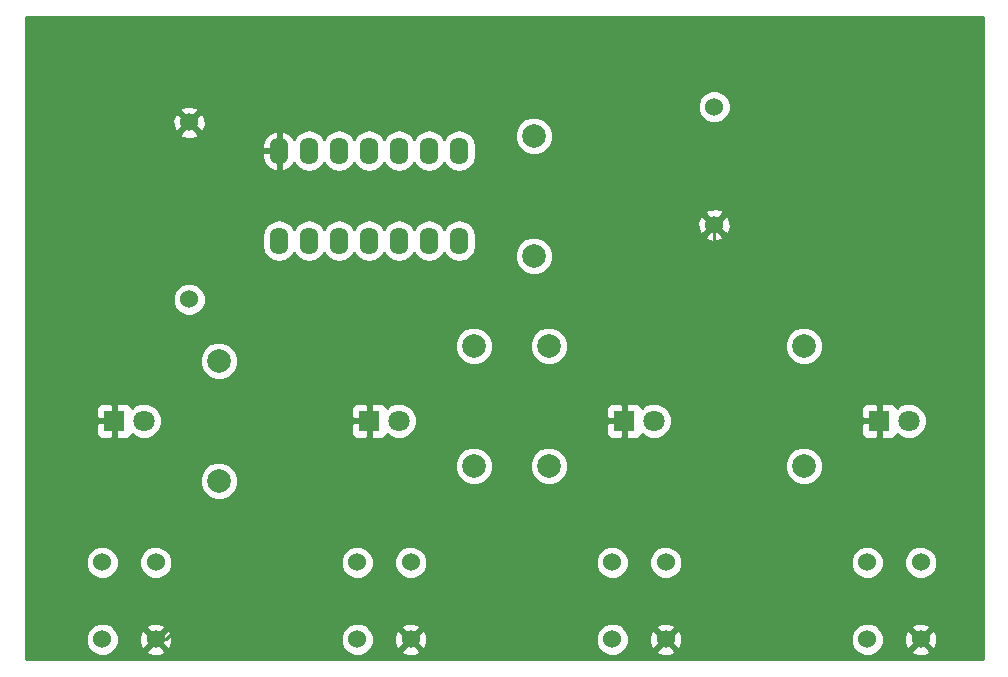
<source format=gbr>
G04 #@! TF.FileFunction,Copper,L2,Bot,Signal*
%FSLAX46Y46*%
G04 Gerber Fmt 4.6, Leading zero omitted, Abs format (unit mm)*
G04 Created by KiCad (PCBNEW 4.0.2-stable) date 12/05/2016 07:44:13*
%MOMM*%
G01*
G04 APERTURE LIST*
%ADD10C,0.100000*%
%ADD11C,1.524000*%
%ADD12C,1.800000*%
%ADD13R,1.800000X1.800000*%
%ADD14O,1.600000X2.300000*%
%ADD15C,1.998980*%
%ADD16C,0.600000*%
%ADD17C,0.250000*%
%ADD18C,0.254000*%
G04 APERTURE END LIST*
D10*
D11*
X115570000Y-101480000D03*
X115570000Y-86480000D03*
D12*
X111760000Y-111760000D03*
D13*
X109220000Y-111760000D03*
D12*
X133350000Y-111760000D03*
D13*
X130810000Y-111760000D03*
D12*
X154940000Y-111760000D03*
D13*
X152400000Y-111760000D03*
D12*
X176530000Y-111760000D03*
D13*
X173990000Y-111760000D03*
D14*
X123190000Y-96520000D03*
X125730000Y-96520000D03*
X128270000Y-96520000D03*
X130810000Y-96520000D03*
X133350000Y-96520000D03*
X135890000Y-96520000D03*
X138430000Y-96520000D03*
X138430000Y-88900000D03*
X135890000Y-88900000D03*
X133350000Y-88900000D03*
X130810000Y-88900000D03*
X128270000Y-88900000D03*
X125730000Y-88900000D03*
X123190000Y-88900000D03*
D15*
X118110000Y-106680000D03*
X118110000Y-116840000D03*
X139700000Y-105410000D03*
X139700000Y-115570000D03*
X146050000Y-105410000D03*
X146050000Y-115570000D03*
X167640000Y-105410000D03*
X167640000Y-115570000D03*
X144780000Y-97790000D03*
X144780000Y-87630000D03*
D11*
X112740000Y-123750000D03*
X112740000Y-130250000D03*
X108240000Y-130250000D03*
X108240000Y-123750000D03*
X134330000Y-123750000D03*
X134330000Y-130250000D03*
X129830000Y-130250000D03*
X129830000Y-123750000D03*
X155920000Y-123750000D03*
X155920000Y-130250000D03*
X151420000Y-130250000D03*
X151420000Y-123750000D03*
X177510000Y-123750000D03*
X177510000Y-130250000D03*
X173010000Y-130250000D03*
X173010000Y-123750000D03*
X160020000Y-85170000D03*
X160020000Y-95170000D03*
D16*
X116840000Y-125730000D03*
X153670000Y-104140000D03*
D17*
X113590000Y-130250000D02*
X112740000Y-130250000D01*
X114300000Y-129540000D02*
X113590000Y-130250000D01*
X115570000Y-129540000D02*
X114300000Y-129540000D01*
X116840000Y-129540000D02*
X115570000Y-129540000D01*
X116840000Y-125730000D02*
X116840000Y-129540000D01*
X160020000Y-97790000D02*
X160020000Y-95170000D01*
X153670000Y-104140000D02*
X160020000Y-97790000D01*
D18*
G36*
X182753000Y-131953000D02*
X101727000Y-131953000D01*
X101727000Y-130526661D01*
X106842758Y-130526661D01*
X107054990Y-131040303D01*
X107447630Y-131433629D01*
X107960900Y-131646757D01*
X108516661Y-131647242D01*
X109030303Y-131435010D01*
X109235457Y-131230213D01*
X111939392Y-131230213D01*
X112008857Y-131472397D01*
X112532302Y-131659144D01*
X113087368Y-131631362D01*
X113471143Y-131472397D01*
X113540608Y-131230213D01*
X112740000Y-130429605D01*
X111939392Y-131230213D01*
X109235457Y-131230213D01*
X109423629Y-131042370D01*
X109636757Y-130529100D01*
X109637181Y-130042302D01*
X111330856Y-130042302D01*
X111358638Y-130597368D01*
X111517603Y-130981143D01*
X111759787Y-131050608D01*
X112560395Y-130250000D01*
X112919605Y-130250000D01*
X113720213Y-131050608D01*
X113962397Y-130981143D01*
X114124540Y-130526661D01*
X128432758Y-130526661D01*
X128644990Y-131040303D01*
X129037630Y-131433629D01*
X129550900Y-131646757D01*
X130106661Y-131647242D01*
X130620303Y-131435010D01*
X130825457Y-131230213D01*
X133529392Y-131230213D01*
X133598857Y-131472397D01*
X134122302Y-131659144D01*
X134677368Y-131631362D01*
X135061143Y-131472397D01*
X135130608Y-131230213D01*
X134330000Y-130429605D01*
X133529392Y-131230213D01*
X130825457Y-131230213D01*
X131013629Y-131042370D01*
X131226757Y-130529100D01*
X131227181Y-130042302D01*
X132920856Y-130042302D01*
X132948638Y-130597368D01*
X133107603Y-130981143D01*
X133349787Y-131050608D01*
X134150395Y-130250000D01*
X134509605Y-130250000D01*
X135310213Y-131050608D01*
X135552397Y-130981143D01*
X135714540Y-130526661D01*
X150022758Y-130526661D01*
X150234990Y-131040303D01*
X150627630Y-131433629D01*
X151140900Y-131646757D01*
X151696661Y-131647242D01*
X152210303Y-131435010D01*
X152415457Y-131230213D01*
X155119392Y-131230213D01*
X155188857Y-131472397D01*
X155712302Y-131659144D01*
X156267368Y-131631362D01*
X156651143Y-131472397D01*
X156720608Y-131230213D01*
X155920000Y-130429605D01*
X155119392Y-131230213D01*
X152415457Y-131230213D01*
X152603629Y-131042370D01*
X152816757Y-130529100D01*
X152817181Y-130042302D01*
X154510856Y-130042302D01*
X154538638Y-130597368D01*
X154697603Y-130981143D01*
X154939787Y-131050608D01*
X155740395Y-130250000D01*
X156099605Y-130250000D01*
X156900213Y-131050608D01*
X157142397Y-130981143D01*
X157304540Y-130526661D01*
X171612758Y-130526661D01*
X171824990Y-131040303D01*
X172217630Y-131433629D01*
X172730900Y-131646757D01*
X173286661Y-131647242D01*
X173800303Y-131435010D01*
X174005457Y-131230213D01*
X176709392Y-131230213D01*
X176778857Y-131472397D01*
X177302302Y-131659144D01*
X177857368Y-131631362D01*
X178241143Y-131472397D01*
X178310608Y-131230213D01*
X177510000Y-130429605D01*
X176709392Y-131230213D01*
X174005457Y-131230213D01*
X174193629Y-131042370D01*
X174406757Y-130529100D01*
X174407181Y-130042302D01*
X176100856Y-130042302D01*
X176128638Y-130597368D01*
X176287603Y-130981143D01*
X176529787Y-131050608D01*
X177330395Y-130250000D01*
X177689605Y-130250000D01*
X178490213Y-131050608D01*
X178732397Y-130981143D01*
X178919144Y-130457698D01*
X178891362Y-129902632D01*
X178732397Y-129518857D01*
X178490213Y-129449392D01*
X177689605Y-130250000D01*
X177330395Y-130250000D01*
X176529787Y-129449392D01*
X176287603Y-129518857D01*
X176100856Y-130042302D01*
X174407181Y-130042302D01*
X174407242Y-129973339D01*
X174195010Y-129459697D01*
X174005432Y-129269787D01*
X176709392Y-129269787D01*
X177510000Y-130070395D01*
X178310608Y-129269787D01*
X178241143Y-129027603D01*
X177717698Y-128840856D01*
X177162632Y-128868638D01*
X176778857Y-129027603D01*
X176709392Y-129269787D01*
X174005432Y-129269787D01*
X173802370Y-129066371D01*
X173289100Y-128853243D01*
X172733339Y-128852758D01*
X172219697Y-129064990D01*
X171826371Y-129457630D01*
X171613243Y-129970900D01*
X171612758Y-130526661D01*
X157304540Y-130526661D01*
X157329144Y-130457698D01*
X157301362Y-129902632D01*
X157142397Y-129518857D01*
X156900213Y-129449392D01*
X156099605Y-130250000D01*
X155740395Y-130250000D01*
X154939787Y-129449392D01*
X154697603Y-129518857D01*
X154510856Y-130042302D01*
X152817181Y-130042302D01*
X152817242Y-129973339D01*
X152605010Y-129459697D01*
X152415432Y-129269787D01*
X155119392Y-129269787D01*
X155920000Y-130070395D01*
X156720608Y-129269787D01*
X156651143Y-129027603D01*
X156127698Y-128840856D01*
X155572632Y-128868638D01*
X155188857Y-129027603D01*
X155119392Y-129269787D01*
X152415432Y-129269787D01*
X152212370Y-129066371D01*
X151699100Y-128853243D01*
X151143339Y-128852758D01*
X150629697Y-129064990D01*
X150236371Y-129457630D01*
X150023243Y-129970900D01*
X150022758Y-130526661D01*
X135714540Y-130526661D01*
X135739144Y-130457698D01*
X135711362Y-129902632D01*
X135552397Y-129518857D01*
X135310213Y-129449392D01*
X134509605Y-130250000D01*
X134150395Y-130250000D01*
X133349787Y-129449392D01*
X133107603Y-129518857D01*
X132920856Y-130042302D01*
X131227181Y-130042302D01*
X131227242Y-129973339D01*
X131015010Y-129459697D01*
X130825432Y-129269787D01*
X133529392Y-129269787D01*
X134330000Y-130070395D01*
X135130608Y-129269787D01*
X135061143Y-129027603D01*
X134537698Y-128840856D01*
X133982632Y-128868638D01*
X133598857Y-129027603D01*
X133529392Y-129269787D01*
X130825432Y-129269787D01*
X130622370Y-129066371D01*
X130109100Y-128853243D01*
X129553339Y-128852758D01*
X129039697Y-129064990D01*
X128646371Y-129457630D01*
X128433243Y-129970900D01*
X128432758Y-130526661D01*
X114124540Y-130526661D01*
X114149144Y-130457698D01*
X114121362Y-129902632D01*
X113962397Y-129518857D01*
X113720213Y-129449392D01*
X112919605Y-130250000D01*
X112560395Y-130250000D01*
X111759787Y-129449392D01*
X111517603Y-129518857D01*
X111330856Y-130042302D01*
X109637181Y-130042302D01*
X109637242Y-129973339D01*
X109425010Y-129459697D01*
X109235432Y-129269787D01*
X111939392Y-129269787D01*
X112740000Y-130070395D01*
X113540608Y-129269787D01*
X113471143Y-129027603D01*
X112947698Y-128840856D01*
X112392632Y-128868638D01*
X112008857Y-129027603D01*
X111939392Y-129269787D01*
X109235432Y-129269787D01*
X109032370Y-129066371D01*
X108519100Y-128853243D01*
X107963339Y-128852758D01*
X107449697Y-129064990D01*
X107056371Y-129457630D01*
X106843243Y-129970900D01*
X106842758Y-130526661D01*
X101727000Y-130526661D01*
X101727000Y-124026661D01*
X106842758Y-124026661D01*
X107054990Y-124540303D01*
X107447630Y-124933629D01*
X107960900Y-125146757D01*
X108516661Y-125147242D01*
X109030303Y-124935010D01*
X109423629Y-124542370D01*
X109636757Y-124029100D01*
X109636759Y-124026661D01*
X111342758Y-124026661D01*
X111554990Y-124540303D01*
X111947630Y-124933629D01*
X112460900Y-125146757D01*
X113016661Y-125147242D01*
X113530303Y-124935010D01*
X113923629Y-124542370D01*
X114136757Y-124029100D01*
X114136759Y-124026661D01*
X128432758Y-124026661D01*
X128644990Y-124540303D01*
X129037630Y-124933629D01*
X129550900Y-125146757D01*
X130106661Y-125147242D01*
X130620303Y-124935010D01*
X131013629Y-124542370D01*
X131226757Y-124029100D01*
X131226759Y-124026661D01*
X132932758Y-124026661D01*
X133144990Y-124540303D01*
X133537630Y-124933629D01*
X134050900Y-125146757D01*
X134606661Y-125147242D01*
X135120303Y-124935010D01*
X135513629Y-124542370D01*
X135726757Y-124029100D01*
X135726759Y-124026661D01*
X150022758Y-124026661D01*
X150234990Y-124540303D01*
X150627630Y-124933629D01*
X151140900Y-125146757D01*
X151696661Y-125147242D01*
X152210303Y-124935010D01*
X152603629Y-124542370D01*
X152816757Y-124029100D01*
X152816759Y-124026661D01*
X154522758Y-124026661D01*
X154734990Y-124540303D01*
X155127630Y-124933629D01*
X155640900Y-125146757D01*
X156196661Y-125147242D01*
X156710303Y-124935010D01*
X157103629Y-124542370D01*
X157316757Y-124029100D01*
X157316759Y-124026661D01*
X171612758Y-124026661D01*
X171824990Y-124540303D01*
X172217630Y-124933629D01*
X172730900Y-125146757D01*
X173286661Y-125147242D01*
X173800303Y-124935010D01*
X174193629Y-124542370D01*
X174406757Y-124029100D01*
X174406759Y-124026661D01*
X176112758Y-124026661D01*
X176324990Y-124540303D01*
X176717630Y-124933629D01*
X177230900Y-125146757D01*
X177786661Y-125147242D01*
X178300303Y-124935010D01*
X178693629Y-124542370D01*
X178906757Y-124029100D01*
X178907242Y-123473339D01*
X178695010Y-122959697D01*
X178302370Y-122566371D01*
X177789100Y-122353243D01*
X177233339Y-122352758D01*
X176719697Y-122564990D01*
X176326371Y-122957630D01*
X176113243Y-123470900D01*
X176112758Y-124026661D01*
X174406759Y-124026661D01*
X174407242Y-123473339D01*
X174195010Y-122959697D01*
X173802370Y-122566371D01*
X173289100Y-122353243D01*
X172733339Y-122352758D01*
X172219697Y-122564990D01*
X171826371Y-122957630D01*
X171613243Y-123470900D01*
X171612758Y-124026661D01*
X157316759Y-124026661D01*
X157317242Y-123473339D01*
X157105010Y-122959697D01*
X156712370Y-122566371D01*
X156199100Y-122353243D01*
X155643339Y-122352758D01*
X155129697Y-122564990D01*
X154736371Y-122957630D01*
X154523243Y-123470900D01*
X154522758Y-124026661D01*
X152816759Y-124026661D01*
X152817242Y-123473339D01*
X152605010Y-122959697D01*
X152212370Y-122566371D01*
X151699100Y-122353243D01*
X151143339Y-122352758D01*
X150629697Y-122564990D01*
X150236371Y-122957630D01*
X150023243Y-123470900D01*
X150022758Y-124026661D01*
X135726759Y-124026661D01*
X135727242Y-123473339D01*
X135515010Y-122959697D01*
X135122370Y-122566371D01*
X134609100Y-122353243D01*
X134053339Y-122352758D01*
X133539697Y-122564990D01*
X133146371Y-122957630D01*
X132933243Y-123470900D01*
X132932758Y-124026661D01*
X131226759Y-124026661D01*
X131227242Y-123473339D01*
X131015010Y-122959697D01*
X130622370Y-122566371D01*
X130109100Y-122353243D01*
X129553339Y-122352758D01*
X129039697Y-122564990D01*
X128646371Y-122957630D01*
X128433243Y-123470900D01*
X128432758Y-124026661D01*
X114136759Y-124026661D01*
X114137242Y-123473339D01*
X113925010Y-122959697D01*
X113532370Y-122566371D01*
X113019100Y-122353243D01*
X112463339Y-122352758D01*
X111949697Y-122564990D01*
X111556371Y-122957630D01*
X111343243Y-123470900D01*
X111342758Y-124026661D01*
X109636759Y-124026661D01*
X109637242Y-123473339D01*
X109425010Y-122959697D01*
X109032370Y-122566371D01*
X108519100Y-122353243D01*
X107963339Y-122352758D01*
X107449697Y-122564990D01*
X107056371Y-122957630D01*
X106843243Y-123470900D01*
X106842758Y-124026661D01*
X101727000Y-124026661D01*
X101727000Y-117163694D01*
X116475226Y-117163694D01*
X116723538Y-117764655D01*
X117182927Y-118224846D01*
X117783453Y-118474206D01*
X118433694Y-118474774D01*
X119034655Y-118226462D01*
X119494846Y-117767073D01*
X119744206Y-117166547D01*
X119744774Y-116516306D01*
X119496462Y-115915345D01*
X119474849Y-115893694D01*
X138065226Y-115893694D01*
X138313538Y-116494655D01*
X138772927Y-116954846D01*
X139373453Y-117204206D01*
X140023694Y-117204774D01*
X140624655Y-116956462D01*
X141084846Y-116497073D01*
X141334206Y-115896547D01*
X141334208Y-115893694D01*
X144415226Y-115893694D01*
X144663538Y-116494655D01*
X145122927Y-116954846D01*
X145723453Y-117204206D01*
X146373694Y-117204774D01*
X146974655Y-116956462D01*
X147434846Y-116497073D01*
X147684206Y-115896547D01*
X147684208Y-115893694D01*
X166005226Y-115893694D01*
X166253538Y-116494655D01*
X166712927Y-116954846D01*
X167313453Y-117204206D01*
X167963694Y-117204774D01*
X168564655Y-116956462D01*
X169024846Y-116497073D01*
X169274206Y-115896547D01*
X169274774Y-115246306D01*
X169026462Y-114645345D01*
X168567073Y-114185154D01*
X167966547Y-113935794D01*
X167316306Y-113935226D01*
X166715345Y-114183538D01*
X166255154Y-114642927D01*
X166005794Y-115243453D01*
X166005226Y-115893694D01*
X147684208Y-115893694D01*
X147684774Y-115246306D01*
X147436462Y-114645345D01*
X146977073Y-114185154D01*
X146376547Y-113935794D01*
X145726306Y-113935226D01*
X145125345Y-114183538D01*
X144665154Y-114642927D01*
X144415794Y-115243453D01*
X144415226Y-115893694D01*
X141334208Y-115893694D01*
X141334774Y-115246306D01*
X141086462Y-114645345D01*
X140627073Y-114185154D01*
X140026547Y-113935794D01*
X139376306Y-113935226D01*
X138775345Y-114183538D01*
X138315154Y-114642927D01*
X138065794Y-115243453D01*
X138065226Y-115893694D01*
X119474849Y-115893694D01*
X119037073Y-115455154D01*
X118436547Y-115205794D01*
X117786306Y-115205226D01*
X117185345Y-115453538D01*
X116725154Y-115912927D01*
X116475794Y-116513453D01*
X116475226Y-117163694D01*
X101727000Y-117163694D01*
X101727000Y-112045750D01*
X107685000Y-112045750D01*
X107685000Y-112786310D01*
X107781673Y-113019699D01*
X107960302Y-113198327D01*
X108193691Y-113295000D01*
X108934250Y-113295000D01*
X109093000Y-113136250D01*
X109093000Y-111887000D01*
X107843750Y-111887000D01*
X107685000Y-112045750D01*
X101727000Y-112045750D01*
X101727000Y-110733690D01*
X107685000Y-110733690D01*
X107685000Y-111474250D01*
X107843750Y-111633000D01*
X109093000Y-111633000D01*
X109093000Y-110383750D01*
X109347000Y-110383750D01*
X109347000Y-111633000D01*
X109367000Y-111633000D01*
X109367000Y-111887000D01*
X109347000Y-111887000D01*
X109347000Y-113136250D01*
X109505750Y-113295000D01*
X110246309Y-113295000D01*
X110479698Y-113198327D01*
X110658327Y-113019699D01*
X110714119Y-112885006D01*
X110889357Y-113060551D01*
X111453330Y-113294733D01*
X112063991Y-113295265D01*
X112628371Y-113062068D01*
X113060551Y-112630643D01*
X113294733Y-112066670D01*
X113294751Y-112045750D01*
X129275000Y-112045750D01*
X129275000Y-112786310D01*
X129371673Y-113019699D01*
X129550302Y-113198327D01*
X129783691Y-113295000D01*
X130524250Y-113295000D01*
X130683000Y-113136250D01*
X130683000Y-111887000D01*
X129433750Y-111887000D01*
X129275000Y-112045750D01*
X113294751Y-112045750D01*
X113295265Y-111456009D01*
X113062068Y-110891629D01*
X112904405Y-110733690D01*
X129275000Y-110733690D01*
X129275000Y-111474250D01*
X129433750Y-111633000D01*
X130683000Y-111633000D01*
X130683000Y-110383750D01*
X130937000Y-110383750D01*
X130937000Y-111633000D01*
X130957000Y-111633000D01*
X130957000Y-111887000D01*
X130937000Y-111887000D01*
X130937000Y-113136250D01*
X131095750Y-113295000D01*
X131836309Y-113295000D01*
X132069698Y-113198327D01*
X132248327Y-113019699D01*
X132304119Y-112885006D01*
X132479357Y-113060551D01*
X133043330Y-113294733D01*
X133653991Y-113295265D01*
X134218371Y-113062068D01*
X134650551Y-112630643D01*
X134884733Y-112066670D01*
X134884751Y-112045750D01*
X150865000Y-112045750D01*
X150865000Y-112786310D01*
X150961673Y-113019699D01*
X151140302Y-113198327D01*
X151373691Y-113295000D01*
X152114250Y-113295000D01*
X152273000Y-113136250D01*
X152273000Y-111887000D01*
X151023750Y-111887000D01*
X150865000Y-112045750D01*
X134884751Y-112045750D01*
X134885265Y-111456009D01*
X134652068Y-110891629D01*
X134494405Y-110733690D01*
X150865000Y-110733690D01*
X150865000Y-111474250D01*
X151023750Y-111633000D01*
X152273000Y-111633000D01*
X152273000Y-110383750D01*
X152527000Y-110383750D01*
X152527000Y-111633000D01*
X152547000Y-111633000D01*
X152547000Y-111887000D01*
X152527000Y-111887000D01*
X152527000Y-113136250D01*
X152685750Y-113295000D01*
X153426309Y-113295000D01*
X153659698Y-113198327D01*
X153838327Y-113019699D01*
X153894119Y-112885006D01*
X154069357Y-113060551D01*
X154633330Y-113294733D01*
X155243991Y-113295265D01*
X155808371Y-113062068D01*
X156240551Y-112630643D01*
X156474733Y-112066670D01*
X156474751Y-112045750D01*
X172455000Y-112045750D01*
X172455000Y-112786310D01*
X172551673Y-113019699D01*
X172730302Y-113198327D01*
X172963691Y-113295000D01*
X173704250Y-113295000D01*
X173863000Y-113136250D01*
X173863000Y-111887000D01*
X172613750Y-111887000D01*
X172455000Y-112045750D01*
X156474751Y-112045750D01*
X156475265Y-111456009D01*
X156242068Y-110891629D01*
X156084405Y-110733690D01*
X172455000Y-110733690D01*
X172455000Y-111474250D01*
X172613750Y-111633000D01*
X173863000Y-111633000D01*
X173863000Y-110383750D01*
X174117000Y-110383750D01*
X174117000Y-111633000D01*
X174137000Y-111633000D01*
X174137000Y-111887000D01*
X174117000Y-111887000D01*
X174117000Y-113136250D01*
X174275750Y-113295000D01*
X175016309Y-113295000D01*
X175249698Y-113198327D01*
X175428327Y-113019699D01*
X175484119Y-112885006D01*
X175659357Y-113060551D01*
X176223330Y-113294733D01*
X176833991Y-113295265D01*
X177398371Y-113062068D01*
X177830551Y-112630643D01*
X178064733Y-112066670D01*
X178065265Y-111456009D01*
X177832068Y-110891629D01*
X177400643Y-110459449D01*
X176836670Y-110225267D01*
X176226009Y-110224735D01*
X175661629Y-110457932D01*
X175484159Y-110635092D01*
X175428327Y-110500301D01*
X175249698Y-110321673D01*
X175016309Y-110225000D01*
X174275750Y-110225000D01*
X174117000Y-110383750D01*
X173863000Y-110383750D01*
X173704250Y-110225000D01*
X172963691Y-110225000D01*
X172730302Y-110321673D01*
X172551673Y-110500301D01*
X172455000Y-110733690D01*
X156084405Y-110733690D01*
X155810643Y-110459449D01*
X155246670Y-110225267D01*
X154636009Y-110224735D01*
X154071629Y-110457932D01*
X153894159Y-110635092D01*
X153838327Y-110500301D01*
X153659698Y-110321673D01*
X153426309Y-110225000D01*
X152685750Y-110225000D01*
X152527000Y-110383750D01*
X152273000Y-110383750D01*
X152114250Y-110225000D01*
X151373691Y-110225000D01*
X151140302Y-110321673D01*
X150961673Y-110500301D01*
X150865000Y-110733690D01*
X134494405Y-110733690D01*
X134220643Y-110459449D01*
X133656670Y-110225267D01*
X133046009Y-110224735D01*
X132481629Y-110457932D01*
X132304159Y-110635092D01*
X132248327Y-110500301D01*
X132069698Y-110321673D01*
X131836309Y-110225000D01*
X131095750Y-110225000D01*
X130937000Y-110383750D01*
X130683000Y-110383750D01*
X130524250Y-110225000D01*
X129783691Y-110225000D01*
X129550302Y-110321673D01*
X129371673Y-110500301D01*
X129275000Y-110733690D01*
X112904405Y-110733690D01*
X112630643Y-110459449D01*
X112066670Y-110225267D01*
X111456009Y-110224735D01*
X110891629Y-110457932D01*
X110714159Y-110635092D01*
X110658327Y-110500301D01*
X110479698Y-110321673D01*
X110246309Y-110225000D01*
X109505750Y-110225000D01*
X109347000Y-110383750D01*
X109093000Y-110383750D01*
X108934250Y-110225000D01*
X108193691Y-110225000D01*
X107960302Y-110321673D01*
X107781673Y-110500301D01*
X107685000Y-110733690D01*
X101727000Y-110733690D01*
X101727000Y-107003694D01*
X116475226Y-107003694D01*
X116723538Y-107604655D01*
X117182927Y-108064846D01*
X117783453Y-108314206D01*
X118433694Y-108314774D01*
X119034655Y-108066462D01*
X119494846Y-107607073D01*
X119744206Y-107006547D01*
X119744774Y-106356306D01*
X119496462Y-105755345D01*
X119474849Y-105733694D01*
X138065226Y-105733694D01*
X138313538Y-106334655D01*
X138772927Y-106794846D01*
X139373453Y-107044206D01*
X140023694Y-107044774D01*
X140624655Y-106796462D01*
X141084846Y-106337073D01*
X141334206Y-105736547D01*
X141334208Y-105733694D01*
X144415226Y-105733694D01*
X144663538Y-106334655D01*
X145122927Y-106794846D01*
X145723453Y-107044206D01*
X146373694Y-107044774D01*
X146974655Y-106796462D01*
X147434846Y-106337073D01*
X147684206Y-105736547D01*
X147684208Y-105733694D01*
X166005226Y-105733694D01*
X166253538Y-106334655D01*
X166712927Y-106794846D01*
X167313453Y-107044206D01*
X167963694Y-107044774D01*
X168564655Y-106796462D01*
X169024846Y-106337073D01*
X169274206Y-105736547D01*
X169274774Y-105086306D01*
X169026462Y-104485345D01*
X168567073Y-104025154D01*
X167966547Y-103775794D01*
X167316306Y-103775226D01*
X166715345Y-104023538D01*
X166255154Y-104482927D01*
X166005794Y-105083453D01*
X166005226Y-105733694D01*
X147684208Y-105733694D01*
X147684774Y-105086306D01*
X147436462Y-104485345D01*
X146977073Y-104025154D01*
X146376547Y-103775794D01*
X145726306Y-103775226D01*
X145125345Y-104023538D01*
X144665154Y-104482927D01*
X144415794Y-105083453D01*
X144415226Y-105733694D01*
X141334208Y-105733694D01*
X141334774Y-105086306D01*
X141086462Y-104485345D01*
X140627073Y-104025154D01*
X140026547Y-103775794D01*
X139376306Y-103775226D01*
X138775345Y-104023538D01*
X138315154Y-104482927D01*
X138065794Y-105083453D01*
X138065226Y-105733694D01*
X119474849Y-105733694D01*
X119037073Y-105295154D01*
X118436547Y-105045794D01*
X117786306Y-105045226D01*
X117185345Y-105293538D01*
X116725154Y-105752927D01*
X116475794Y-106353453D01*
X116475226Y-107003694D01*
X101727000Y-107003694D01*
X101727000Y-101756661D01*
X114172758Y-101756661D01*
X114384990Y-102270303D01*
X114777630Y-102663629D01*
X115290900Y-102876757D01*
X115846661Y-102877242D01*
X116360303Y-102665010D01*
X116753629Y-102272370D01*
X116966757Y-101759100D01*
X116967242Y-101203339D01*
X116755010Y-100689697D01*
X116362370Y-100296371D01*
X115849100Y-100083243D01*
X115293339Y-100082758D01*
X114779697Y-100294990D01*
X114386371Y-100687630D01*
X114173243Y-101200900D01*
X114172758Y-101756661D01*
X101727000Y-101756661D01*
X101727000Y-96135030D01*
X121755000Y-96135030D01*
X121755000Y-96904970D01*
X121864233Y-97454121D01*
X122175302Y-97919668D01*
X122640849Y-98230737D01*
X123190000Y-98339970D01*
X123739151Y-98230737D01*
X124204698Y-97919668D01*
X124460000Y-97537582D01*
X124715302Y-97919668D01*
X125180849Y-98230737D01*
X125730000Y-98339970D01*
X126279151Y-98230737D01*
X126744698Y-97919668D01*
X127000000Y-97537582D01*
X127255302Y-97919668D01*
X127720849Y-98230737D01*
X128270000Y-98339970D01*
X128819151Y-98230737D01*
X129284698Y-97919668D01*
X129540000Y-97537582D01*
X129795302Y-97919668D01*
X130260849Y-98230737D01*
X130810000Y-98339970D01*
X131359151Y-98230737D01*
X131824698Y-97919668D01*
X132080000Y-97537582D01*
X132335302Y-97919668D01*
X132800849Y-98230737D01*
X133350000Y-98339970D01*
X133899151Y-98230737D01*
X134364698Y-97919668D01*
X134620000Y-97537582D01*
X134875302Y-97919668D01*
X135340849Y-98230737D01*
X135890000Y-98339970D01*
X136439151Y-98230737D01*
X136904698Y-97919668D01*
X137160000Y-97537582D01*
X137415302Y-97919668D01*
X137880849Y-98230737D01*
X138430000Y-98339970D01*
X138979151Y-98230737D01*
X139154317Y-98113694D01*
X143145226Y-98113694D01*
X143393538Y-98714655D01*
X143852927Y-99174846D01*
X144453453Y-99424206D01*
X145103694Y-99424774D01*
X145704655Y-99176462D01*
X146164846Y-98717073D01*
X146414206Y-98116547D01*
X146414774Y-97466306D01*
X146166462Y-96865345D01*
X145707073Y-96405154D01*
X145106547Y-96155794D01*
X144456306Y-96155226D01*
X143855345Y-96403538D01*
X143395154Y-96862927D01*
X143145794Y-97463453D01*
X143145226Y-98113694D01*
X139154317Y-98113694D01*
X139444698Y-97919668D01*
X139755767Y-97454121D01*
X139865000Y-96904970D01*
X139865000Y-96150213D01*
X159219392Y-96150213D01*
X159288857Y-96392397D01*
X159812302Y-96579144D01*
X160367368Y-96551362D01*
X160751143Y-96392397D01*
X160820608Y-96150213D01*
X160020000Y-95349605D01*
X159219392Y-96150213D01*
X139865000Y-96150213D01*
X139865000Y-96135030D01*
X139755767Y-95585879D01*
X139444698Y-95120332D01*
X139208190Y-94962302D01*
X158610856Y-94962302D01*
X158638638Y-95517368D01*
X158797603Y-95901143D01*
X159039787Y-95970608D01*
X159840395Y-95170000D01*
X160199605Y-95170000D01*
X161000213Y-95970608D01*
X161242397Y-95901143D01*
X161429144Y-95377698D01*
X161401362Y-94822632D01*
X161242397Y-94438857D01*
X161000213Y-94369392D01*
X160199605Y-95170000D01*
X159840395Y-95170000D01*
X159039787Y-94369392D01*
X158797603Y-94438857D01*
X158610856Y-94962302D01*
X139208190Y-94962302D01*
X138979151Y-94809263D01*
X138430000Y-94700030D01*
X137880849Y-94809263D01*
X137415302Y-95120332D01*
X137160000Y-95502418D01*
X136904698Y-95120332D01*
X136439151Y-94809263D01*
X135890000Y-94700030D01*
X135340849Y-94809263D01*
X134875302Y-95120332D01*
X134620000Y-95502418D01*
X134364698Y-95120332D01*
X133899151Y-94809263D01*
X133350000Y-94700030D01*
X132800849Y-94809263D01*
X132335302Y-95120332D01*
X132080000Y-95502418D01*
X131824698Y-95120332D01*
X131359151Y-94809263D01*
X130810000Y-94700030D01*
X130260849Y-94809263D01*
X129795302Y-95120332D01*
X129540000Y-95502418D01*
X129284698Y-95120332D01*
X128819151Y-94809263D01*
X128270000Y-94700030D01*
X127720849Y-94809263D01*
X127255302Y-95120332D01*
X127000000Y-95502418D01*
X126744698Y-95120332D01*
X126279151Y-94809263D01*
X125730000Y-94700030D01*
X125180849Y-94809263D01*
X124715302Y-95120332D01*
X124460000Y-95502418D01*
X124204698Y-95120332D01*
X123739151Y-94809263D01*
X123190000Y-94700030D01*
X122640849Y-94809263D01*
X122175302Y-95120332D01*
X121864233Y-95585879D01*
X121755000Y-96135030D01*
X101727000Y-96135030D01*
X101727000Y-94189787D01*
X159219392Y-94189787D01*
X160020000Y-94990395D01*
X160820608Y-94189787D01*
X160751143Y-93947603D01*
X160227698Y-93760856D01*
X159672632Y-93788638D01*
X159288857Y-93947603D01*
X159219392Y-94189787D01*
X101727000Y-94189787D01*
X101727000Y-89027000D01*
X121755000Y-89027000D01*
X121755000Y-89377000D01*
X121912834Y-89916483D01*
X122265104Y-90354500D01*
X122758181Y-90624367D01*
X122840961Y-90641904D01*
X123063000Y-90519915D01*
X123063000Y-89027000D01*
X121755000Y-89027000D01*
X101727000Y-89027000D01*
X101727000Y-88423000D01*
X121755000Y-88423000D01*
X121755000Y-88773000D01*
X123063000Y-88773000D01*
X123063000Y-87280085D01*
X123317000Y-87280085D01*
X123317000Y-88773000D01*
X123337000Y-88773000D01*
X123337000Y-89027000D01*
X123317000Y-89027000D01*
X123317000Y-90519915D01*
X123539039Y-90641904D01*
X123621819Y-90624367D01*
X124114896Y-90354500D01*
X124462851Y-89921849D01*
X124715302Y-90299668D01*
X125180849Y-90610737D01*
X125730000Y-90719970D01*
X126279151Y-90610737D01*
X126744698Y-90299668D01*
X127000000Y-89917582D01*
X127255302Y-90299668D01*
X127720849Y-90610737D01*
X128270000Y-90719970D01*
X128819151Y-90610737D01*
X129284698Y-90299668D01*
X129540000Y-89917582D01*
X129795302Y-90299668D01*
X130260849Y-90610737D01*
X130810000Y-90719970D01*
X131359151Y-90610737D01*
X131824698Y-90299668D01*
X132080000Y-89917582D01*
X132335302Y-90299668D01*
X132800849Y-90610737D01*
X133350000Y-90719970D01*
X133899151Y-90610737D01*
X134364698Y-90299668D01*
X134620000Y-89917582D01*
X134875302Y-90299668D01*
X135340849Y-90610737D01*
X135890000Y-90719970D01*
X136439151Y-90610737D01*
X136904698Y-90299668D01*
X137160000Y-89917582D01*
X137415302Y-90299668D01*
X137880849Y-90610737D01*
X138430000Y-90719970D01*
X138979151Y-90610737D01*
X139444698Y-90299668D01*
X139755767Y-89834121D01*
X139865000Y-89284970D01*
X139865000Y-88515030D01*
X139755767Y-87965879D01*
X139747626Y-87953694D01*
X143145226Y-87953694D01*
X143393538Y-88554655D01*
X143852927Y-89014846D01*
X144453453Y-89264206D01*
X145103694Y-89264774D01*
X145704655Y-89016462D01*
X146164846Y-88557073D01*
X146414206Y-87956547D01*
X146414774Y-87306306D01*
X146166462Y-86705345D01*
X145707073Y-86245154D01*
X145106547Y-85995794D01*
X144456306Y-85995226D01*
X143855345Y-86243538D01*
X143395154Y-86702927D01*
X143145794Y-87303453D01*
X143145226Y-87953694D01*
X139747626Y-87953694D01*
X139444698Y-87500332D01*
X138979151Y-87189263D01*
X138430000Y-87080030D01*
X137880849Y-87189263D01*
X137415302Y-87500332D01*
X137160000Y-87882418D01*
X136904698Y-87500332D01*
X136439151Y-87189263D01*
X135890000Y-87080030D01*
X135340849Y-87189263D01*
X134875302Y-87500332D01*
X134620000Y-87882418D01*
X134364698Y-87500332D01*
X133899151Y-87189263D01*
X133350000Y-87080030D01*
X132800849Y-87189263D01*
X132335302Y-87500332D01*
X132080000Y-87882418D01*
X131824698Y-87500332D01*
X131359151Y-87189263D01*
X130810000Y-87080030D01*
X130260849Y-87189263D01*
X129795302Y-87500332D01*
X129540000Y-87882418D01*
X129284698Y-87500332D01*
X128819151Y-87189263D01*
X128270000Y-87080030D01*
X127720849Y-87189263D01*
X127255302Y-87500332D01*
X127000000Y-87882418D01*
X126744698Y-87500332D01*
X126279151Y-87189263D01*
X125730000Y-87080030D01*
X125180849Y-87189263D01*
X124715302Y-87500332D01*
X124462851Y-87878151D01*
X124114896Y-87445500D01*
X123621819Y-87175633D01*
X123539039Y-87158096D01*
X123317000Y-87280085D01*
X123063000Y-87280085D01*
X122840961Y-87158096D01*
X122758181Y-87175633D01*
X122265104Y-87445500D01*
X121912834Y-87883517D01*
X121755000Y-88423000D01*
X101727000Y-88423000D01*
X101727000Y-87460213D01*
X114769392Y-87460213D01*
X114838857Y-87702397D01*
X115362302Y-87889144D01*
X115917368Y-87861362D01*
X116301143Y-87702397D01*
X116370608Y-87460213D01*
X115570000Y-86659605D01*
X114769392Y-87460213D01*
X101727000Y-87460213D01*
X101727000Y-86272302D01*
X114160856Y-86272302D01*
X114188638Y-86827368D01*
X114347603Y-87211143D01*
X114589787Y-87280608D01*
X115390395Y-86480000D01*
X115749605Y-86480000D01*
X116550213Y-87280608D01*
X116792397Y-87211143D01*
X116979144Y-86687698D01*
X116951362Y-86132632D01*
X116792397Y-85748857D01*
X116550213Y-85679392D01*
X115749605Y-86480000D01*
X115390395Y-86480000D01*
X114589787Y-85679392D01*
X114347603Y-85748857D01*
X114160856Y-86272302D01*
X101727000Y-86272302D01*
X101727000Y-85499787D01*
X114769392Y-85499787D01*
X115570000Y-86300395D01*
X116370608Y-85499787D01*
X116355371Y-85446661D01*
X158622758Y-85446661D01*
X158834990Y-85960303D01*
X159227630Y-86353629D01*
X159740900Y-86566757D01*
X160296661Y-86567242D01*
X160810303Y-86355010D01*
X161203629Y-85962370D01*
X161416757Y-85449100D01*
X161417242Y-84893339D01*
X161205010Y-84379697D01*
X160812370Y-83986371D01*
X160299100Y-83773243D01*
X159743339Y-83772758D01*
X159229697Y-83984990D01*
X158836371Y-84377630D01*
X158623243Y-84890900D01*
X158622758Y-85446661D01*
X116355371Y-85446661D01*
X116301143Y-85257603D01*
X115777698Y-85070856D01*
X115222632Y-85098638D01*
X114838857Y-85257603D01*
X114769392Y-85499787D01*
X101727000Y-85499787D01*
X101727000Y-77597000D01*
X182753000Y-77597000D01*
X182753000Y-131953000D01*
X182753000Y-131953000D01*
G37*
X182753000Y-131953000D02*
X101727000Y-131953000D01*
X101727000Y-130526661D01*
X106842758Y-130526661D01*
X107054990Y-131040303D01*
X107447630Y-131433629D01*
X107960900Y-131646757D01*
X108516661Y-131647242D01*
X109030303Y-131435010D01*
X109235457Y-131230213D01*
X111939392Y-131230213D01*
X112008857Y-131472397D01*
X112532302Y-131659144D01*
X113087368Y-131631362D01*
X113471143Y-131472397D01*
X113540608Y-131230213D01*
X112740000Y-130429605D01*
X111939392Y-131230213D01*
X109235457Y-131230213D01*
X109423629Y-131042370D01*
X109636757Y-130529100D01*
X109637181Y-130042302D01*
X111330856Y-130042302D01*
X111358638Y-130597368D01*
X111517603Y-130981143D01*
X111759787Y-131050608D01*
X112560395Y-130250000D01*
X112919605Y-130250000D01*
X113720213Y-131050608D01*
X113962397Y-130981143D01*
X114124540Y-130526661D01*
X128432758Y-130526661D01*
X128644990Y-131040303D01*
X129037630Y-131433629D01*
X129550900Y-131646757D01*
X130106661Y-131647242D01*
X130620303Y-131435010D01*
X130825457Y-131230213D01*
X133529392Y-131230213D01*
X133598857Y-131472397D01*
X134122302Y-131659144D01*
X134677368Y-131631362D01*
X135061143Y-131472397D01*
X135130608Y-131230213D01*
X134330000Y-130429605D01*
X133529392Y-131230213D01*
X130825457Y-131230213D01*
X131013629Y-131042370D01*
X131226757Y-130529100D01*
X131227181Y-130042302D01*
X132920856Y-130042302D01*
X132948638Y-130597368D01*
X133107603Y-130981143D01*
X133349787Y-131050608D01*
X134150395Y-130250000D01*
X134509605Y-130250000D01*
X135310213Y-131050608D01*
X135552397Y-130981143D01*
X135714540Y-130526661D01*
X150022758Y-130526661D01*
X150234990Y-131040303D01*
X150627630Y-131433629D01*
X151140900Y-131646757D01*
X151696661Y-131647242D01*
X152210303Y-131435010D01*
X152415457Y-131230213D01*
X155119392Y-131230213D01*
X155188857Y-131472397D01*
X155712302Y-131659144D01*
X156267368Y-131631362D01*
X156651143Y-131472397D01*
X156720608Y-131230213D01*
X155920000Y-130429605D01*
X155119392Y-131230213D01*
X152415457Y-131230213D01*
X152603629Y-131042370D01*
X152816757Y-130529100D01*
X152817181Y-130042302D01*
X154510856Y-130042302D01*
X154538638Y-130597368D01*
X154697603Y-130981143D01*
X154939787Y-131050608D01*
X155740395Y-130250000D01*
X156099605Y-130250000D01*
X156900213Y-131050608D01*
X157142397Y-130981143D01*
X157304540Y-130526661D01*
X171612758Y-130526661D01*
X171824990Y-131040303D01*
X172217630Y-131433629D01*
X172730900Y-131646757D01*
X173286661Y-131647242D01*
X173800303Y-131435010D01*
X174005457Y-131230213D01*
X176709392Y-131230213D01*
X176778857Y-131472397D01*
X177302302Y-131659144D01*
X177857368Y-131631362D01*
X178241143Y-131472397D01*
X178310608Y-131230213D01*
X177510000Y-130429605D01*
X176709392Y-131230213D01*
X174005457Y-131230213D01*
X174193629Y-131042370D01*
X174406757Y-130529100D01*
X174407181Y-130042302D01*
X176100856Y-130042302D01*
X176128638Y-130597368D01*
X176287603Y-130981143D01*
X176529787Y-131050608D01*
X177330395Y-130250000D01*
X177689605Y-130250000D01*
X178490213Y-131050608D01*
X178732397Y-130981143D01*
X178919144Y-130457698D01*
X178891362Y-129902632D01*
X178732397Y-129518857D01*
X178490213Y-129449392D01*
X177689605Y-130250000D01*
X177330395Y-130250000D01*
X176529787Y-129449392D01*
X176287603Y-129518857D01*
X176100856Y-130042302D01*
X174407181Y-130042302D01*
X174407242Y-129973339D01*
X174195010Y-129459697D01*
X174005432Y-129269787D01*
X176709392Y-129269787D01*
X177510000Y-130070395D01*
X178310608Y-129269787D01*
X178241143Y-129027603D01*
X177717698Y-128840856D01*
X177162632Y-128868638D01*
X176778857Y-129027603D01*
X176709392Y-129269787D01*
X174005432Y-129269787D01*
X173802370Y-129066371D01*
X173289100Y-128853243D01*
X172733339Y-128852758D01*
X172219697Y-129064990D01*
X171826371Y-129457630D01*
X171613243Y-129970900D01*
X171612758Y-130526661D01*
X157304540Y-130526661D01*
X157329144Y-130457698D01*
X157301362Y-129902632D01*
X157142397Y-129518857D01*
X156900213Y-129449392D01*
X156099605Y-130250000D01*
X155740395Y-130250000D01*
X154939787Y-129449392D01*
X154697603Y-129518857D01*
X154510856Y-130042302D01*
X152817181Y-130042302D01*
X152817242Y-129973339D01*
X152605010Y-129459697D01*
X152415432Y-129269787D01*
X155119392Y-129269787D01*
X155920000Y-130070395D01*
X156720608Y-129269787D01*
X156651143Y-129027603D01*
X156127698Y-128840856D01*
X155572632Y-128868638D01*
X155188857Y-129027603D01*
X155119392Y-129269787D01*
X152415432Y-129269787D01*
X152212370Y-129066371D01*
X151699100Y-128853243D01*
X151143339Y-128852758D01*
X150629697Y-129064990D01*
X150236371Y-129457630D01*
X150023243Y-129970900D01*
X150022758Y-130526661D01*
X135714540Y-130526661D01*
X135739144Y-130457698D01*
X135711362Y-129902632D01*
X135552397Y-129518857D01*
X135310213Y-129449392D01*
X134509605Y-130250000D01*
X134150395Y-130250000D01*
X133349787Y-129449392D01*
X133107603Y-129518857D01*
X132920856Y-130042302D01*
X131227181Y-130042302D01*
X131227242Y-129973339D01*
X131015010Y-129459697D01*
X130825432Y-129269787D01*
X133529392Y-129269787D01*
X134330000Y-130070395D01*
X135130608Y-129269787D01*
X135061143Y-129027603D01*
X134537698Y-128840856D01*
X133982632Y-128868638D01*
X133598857Y-129027603D01*
X133529392Y-129269787D01*
X130825432Y-129269787D01*
X130622370Y-129066371D01*
X130109100Y-128853243D01*
X129553339Y-128852758D01*
X129039697Y-129064990D01*
X128646371Y-129457630D01*
X128433243Y-129970900D01*
X128432758Y-130526661D01*
X114124540Y-130526661D01*
X114149144Y-130457698D01*
X114121362Y-129902632D01*
X113962397Y-129518857D01*
X113720213Y-129449392D01*
X112919605Y-130250000D01*
X112560395Y-130250000D01*
X111759787Y-129449392D01*
X111517603Y-129518857D01*
X111330856Y-130042302D01*
X109637181Y-130042302D01*
X109637242Y-129973339D01*
X109425010Y-129459697D01*
X109235432Y-129269787D01*
X111939392Y-129269787D01*
X112740000Y-130070395D01*
X113540608Y-129269787D01*
X113471143Y-129027603D01*
X112947698Y-128840856D01*
X112392632Y-128868638D01*
X112008857Y-129027603D01*
X111939392Y-129269787D01*
X109235432Y-129269787D01*
X109032370Y-129066371D01*
X108519100Y-128853243D01*
X107963339Y-128852758D01*
X107449697Y-129064990D01*
X107056371Y-129457630D01*
X106843243Y-129970900D01*
X106842758Y-130526661D01*
X101727000Y-130526661D01*
X101727000Y-124026661D01*
X106842758Y-124026661D01*
X107054990Y-124540303D01*
X107447630Y-124933629D01*
X107960900Y-125146757D01*
X108516661Y-125147242D01*
X109030303Y-124935010D01*
X109423629Y-124542370D01*
X109636757Y-124029100D01*
X109636759Y-124026661D01*
X111342758Y-124026661D01*
X111554990Y-124540303D01*
X111947630Y-124933629D01*
X112460900Y-125146757D01*
X113016661Y-125147242D01*
X113530303Y-124935010D01*
X113923629Y-124542370D01*
X114136757Y-124029100D01*
X114136759Y-124026661D01*
X128432758Y-124026661D01*
X128644990Y-124540303D01*
X129037630Y-124933629D01*
X129550900Y-125146757D01*
X130106661Y-125147242D01*
X130620303Y-124935010D01*
X131013629Y-124542370D01*
X131226757Y-124029100D01*
X131226759Y-124026661D01*
X132932758Y-124026661D01*
X133144990Y-124540303D01*
X133537630Y-124933629D01*
X134050900Y-125146757D01*
X134606661Y-125147242D01*
X135120303Y-124935010D01*
X135513629Y-124542370D01*
X135726757Y-124029100D01*
X135726759Y-124026661D01*
X150022758Y-124026661D01*
X150234990Y-124540303D01*
X150627630Y-124933629D01*
X151140900Y-125146757D01*
X151696661Y-125147242D01*
X152210303Y-124935010D01*
X152603629Y-124542370D01*
X152816757Y-124029100D01*
X152816759Y-124026661D01*
X154522758Y-124026661D01*
X154734990Y-124540303D01*
X155127630Y-124933629D01*
X155640900Y-125146757D01*
X156196661Y-125147242D01*
X156710303Y-124935010D01*
X157103629Y-124542370D01*
X157316757Y-124029100D01*
X157316759Y-124026661D01*
X171612758Y-124026661D01*
X171824990Y-124540303D01*
X172217630Y-124933629D01*
X172730900Y-125146757D01*
X173286661Y-125147242D01*
X173800303Y-124935010D01*
X174193629Y-124542370D01*
X174406757Y-124029100D01*
X174406759Y-124026661D01*
X176112758Y-124026661D01*
X176324990Y-124540303D01*
X176717630Y-124933629D01*
X177230900Y-125146757D01*
X177786661Y-125147242D01*
X178300303Y-124935010D01*
X178693629Y-124542370D01*
X178906757Y-124029100D01*
X178907242Y-123473339D01*
X178695010Y-122959697D01*
X178302370Y-122566371D01*
X177789100Y-122353243D01*
X177233339Y-122352758D01*
X176719697Y-122564990D01*
X176326371Y-122957630D01*
X176113243Y-123470900D01*
X176112758Y-124026661D01*
X174406759Y-124026661D01*
X174407242Y-123473339D01*
X174195010Y-122959697D01*
X173802370Y-122566371D01*
X173289100Y-122353243D01*
X172733339Y-122352758D01*
X172219697Y-122564990D01*
X171826371Y-122957630D01*
X171613243Y-123470900D01*
X171612758Y-124026661D01*
X157316759Y-124026661D01*
X157317242Y-123473339D01*
X157105010Y-122959697D01*
X156712370Y-122566371D01*
X156199100Y-122353243D01*
X155643339Y-122352758D01*
X155129697Y-122564990D01*
X154736371Y-122957630D01*
X154523243Y-123470900D01*
X154522758Y-124026661D01*
X152816759Y-124026661D01*
X152817242Y-123473339D01*
X152605010Y-122959697D01*
X152212370Y-122566371D01*
X151699100Y-122353243D01*
X151143339Y-122352758D01*
X150629697Y-122564990D01*
X150236371Y-122957630D01*
X150023243Y-123470900D01*
X150022758Y-124026661D01*
X135726759Y-124026661D01*
X135727242Y-123473339D01*
X135515010Y-122959697D01*
X135122370Y-122566371D01*
X134609100Y-122353243D01*
X134053339Y-122352758D01*
X133539697Y-122564990D01*
X133146371Y-122957630D01*
X132933243Y-123470900D01*
X132932758Y-124026661D01*
X131226759Y-124026661D01*
X131227242Y-123473339D01*
X131015010Y-122959697D01*
X130622370Y-122566371D01*
X130109100Y-122353243D01*
X129553339Y-122352758D01*
X129039697Y-122564990D01*
X128646371Y-122957630D01*
X128433243Y-123470900D01*
X128432758Y-124026661D01*
X114136759Y-124026661D01*
X114137242Y-123473339D01*
X113925010Y-122959697D01*
X113532370Y-122566371D01*
X113019100Y-122353243D01*
X112463339Y-122352758D01*
X111949697Y-122564990D01*
X111556371Y-122957630D01*
X111343243Y-123470900D01*
X111342758Y-124026661D01*
X109636759Y-124026661D01*
X109637242Y-123473339D01*
X109425010Y-122959697D01*
X109032370Y-122566371D01*
X108519100Y-122353243D01*
X107963339Y-122352758D01*
X107449697Y-122564990D01*
X107056371Y-122957630D01*
X106843243Y-123470900D01*
X106842758Y-124026661D01*
X101727000Y-124026661D01*
X101727000Y-117163694D01*
X116475226Y-117163694D01*
X116723538Y-117764655D01*
X117182927Y-118224846D01*
X117783453Y-118474206D01*
X118433694Y-118474774D01*
X119034655Y-118226462D01*
X119494846Y-117767073D01*
X119744206Y-117166547D01*
X119744774Y-116516306D01*
X119496462Y-115915345D01*
X119474849Y-115893694D01*
X138065226Y-115893694D01*
X138313538Y-116494655D01*
X138772927Y-116954846D01*
X139373453Y-117204206D01*
X140023694Y-117204774D01*
X140624655Y-116956462D01*
X141084846Y-116497073D01*
X141334206Y-115896547D01*
X141334208Y-115893694D01*
X144415226Y-115893694D01*
X144663538Y-116494655D01*
X145122927Y-116954846D01*
X145723453Y-117204206D01*
X146373694Y-117204774D01*
X146974655Y-116956462D01*
X147434846Y-116497073D01*
X147684206Y-115896547D01*
X147684208Y-115893694D01*
X166005226Y-115893694D01*
X166253538Y-116494655D01*
X166712927Y-116954846D01*
X167313453Y-117204206D01*
X167963694Y-117204774D01*
X168564655Y-116956462D01*
X169024846Y-116497073D01*
X169274206Y-115896547D01*
X169274774Y-115246306D01*
X169026462Y-114645345D01*
X168567073Y-114185154D01*
X167966547Y-113935794D01*
X167316306Y-113935226D01*
X166715345Y-114183538D01*
X166255154Y-114642927D01*
X166005794Y-115243453D01*
X166005226Y-115893694D01*
X147684208Y-115893694D01*
X147684774Y-115246306D01*
X147436462Y-114645345D01*
X146977073Y-114185154D01*
X146376547Y-113935794D01*
X145726306Y-113935226D01*
X145125345Y-114183538D01*
X144665154Y-114642927D01*
X144415794Y-115243453D01*
X144415226Y-115893694D01*
X141334208Y-115893694D01*
X141334774Y-115246306D01*
X141086462Y-114645345D01*
X140627073Y-114185154D01*
X140026547Y-113935794D01*
X139376306Y-113935226D01*
X138775345Y-114183538D01*
X138315154Y-114642927D01*
X138065794Y-115243453D01*
X138065226Y-115893694D01*
X119474849Y-115893694D01*
X119037073Y-115455154D01*
X118436547Y-115205794D01*
X117786306Y-115205226D01*
X117185345Y-115453538D01*
X116725154Y-115912927D01*
X116475794Y-116513453D01*
X116475226Y-117163694D01*
X101727000Y-117163694D01*
X101727000Y-112045750D01*
X107685000Y-112045750D01*
X107685000Y-112786310D01*
X107781673Y-113019699D01*
X107960302Y-113198327D01*
X108193691Y-113295000D01*
X108934250Y-113295000D01*
X109093000Y-113136250D01*
X109093000Y-111887000D01*
X107843750Y-111887000D01*
X107685000Y-112045750D01*
X101727000Y-112045750D01*
X101727000Y-110733690D01*
X107685000Y-110733690D01*
X107685000Y-111474250D01*
X107843750Y-111633000D01*
X109093000Y-111633000D01*
X109093000Y-110383750D01*
X109347000Y-110383750D01*
X109347000Y-111633000D01*
X109367000Y-111633000D01*
X109367000Y-111887000D01*
X109347000Y-111887000D01*
X109347000Y-113136250D01*
X109505750Y-113295000D01*
X110246309Y-113295000D01*
X110479698Y-113198327D01*
X110658327Y-113019699D01*
X110714119Y-112885006D01*
X110889357Y-113060551D01*
X111453330Y-113294733D01*
X112063991Y-113295265D01*
X112628371Y-113062068D01*
X113060551Y-112630643D01*
X113294733Y-112066670D01*
X113294751Y-112045750D01*
X129275000Y-112045750D01*
X129275000Y-112786310D01*
X129371673Y-113019699D01*
X129550302Y-113198327D01*
X129783691Y-113295000D01*
X130524250Y-113295000D01*
X130683000Y-113136250D01*
X130683000Y-111887000D01*
X129433750Y-111887000D01*
X129275000Y-112045750D01*
X113294751Y-112045750D01*
X113295265Y-111456009D01*
X113062068Y-110891629D01*
X112904405Y-110733690D01*
X129275000Y-110733690D01*
X129275000Y-111474250D01*
X129433750Y-111633000D01*
X130683000Y-111633000D01*
X130683000Y-110383750D01*
X130937000Y-110383750D01*
X130937000Y-111633000D01*
X130957000Y-111633000D01*
X130957000Y-111887000D01*
X130937000Y-111887000D01*
X130937000Y-113136250D01*
X131095750Y-113295000D01*
X131836309Y-113295000D01*
X132069698Y-113198327D01*
X132248327Y-113019699D01*
X132304119Y-112885006D01*
X132479357Y-113060551D01*
X133043330Y-113294733D01*
X133653991Y-113295265D01*
X134218371Y-113062068D01*
X134650551Y-112630643D01*
X134884733Y-112066670D01*
X134884751Y-112045750D01*
X150865000Y-112045750D01*
X150865000Y-112786310D01*
X150961673Y-113019699D01*
X151140302Y-113198327D01*
X151373691Y-113295000D01*
X152114250Y-113295000D01*
X152273000Y-113136250D01*
X152273000Y-111887000D01*
X151023750Y-111887000D01*
X150865000Y-112045750D01*
X134884751Y-112045750D01*
X134885265Y-111456009D01*
X134652068Y-110891629D01*
X134494405Y-110733690D01*
X150865000Y-110733690D01*
X150865000Y-111474250D01*
X151023750Y-111633000D01*
X152273000Y-111633000D01*
X152273000Y-110383750D01*
X152527000Y-110383750D01*
X152527000Y-111633000D01*
X152547000Y-111633000D01*
X152547000Y-111887000D01*
X152527000Y-111887000D01*
X152527000Y-113136250D01*
X152685750Y-113295000D01*
X153426309Y-113295000D01*
X153659698Y-113198327D01*
X153838327Y-113019699D01*
X153894119Y-112885006D01*
X154069357Y-113060551D01*
X154633330Y-113294733D01*
X155243991Y-113295265D01*
X155808371Y-113062068D01*
X156240551Y-112630643D01*
X156474733Y-112066670D01*
X156474751Y-112045750D01*
X172455000Y-112045750D01*
X172455000Y-112786310D01*
X172551673Y-113019699D01*
X172730302Y-113198327D01*
X172963691Y-113295000D01*
X173704250Y-113295000D01*
X173863000Y-113136250D01*
X173863000Y-111887000D01*
X172613750Y-111887000D01*
X172455000Y-112045750D01*
X156474751Y-112045750D01*
X156475265Y-111456009D01*
X156242068Y-110891629D01*
X156084405Y-110733690D01*
X172455000Y-110733690D01*
X172455000Y-111474250D01*
X172613750Y-111633000D01*
X173863000Y-111633000D01*
X173863000Y-110383750D01*
X174117000Y-110383750D01*
X174117000Y-111633000D01*
X174137000Y-111633000D01*
X174137000Y-111887000D01*
X174117000Y-111887000D01*
X174117000Y-113136250D01*
X174275750Y-113295000D01*
X175016309Y-113295000D01*
X175249698Y-113198327D01*
X175428327Y-113019699D01*
X175484119Y-112885006D01*
X175659357Y-113060551D01*
X176223330Y-113294733D01*
X176833991Y-113295265D01*
X177398371Y-113062068D01*
X177830551Y-112630643D01*
X178064733Y-112066670D01*
X178065265Y-111456009D01*
X177832068Y-110891629D01*
X177400643Y-110459449D01*
X176836670Y-110225267D01*
X176226009Y-110224735D01*
X175661629Y-110457932D01*
X175484159Y-110635092D01*
X175428327Y-110500301D01*
X175249698Y-110321673D01*
X175016309Y-110225000D01*
X174275750Y-110225000D01*
X174117000Y-110383750D01*
X173863000Y-110383750D01*
X173704250Y-110225000D01*
X172963691Y-110225000D01*
X172730302Y-110321673D01*
X172551673Y-110500301D01*
X172455000Y-110733690D01*
X156084405Y-110733690D01*
X155810643Y-110459449D01*
X155246670Y-110225267D01*
X154636009Y-110224735D01*
X154071629Y-110457932D01*
X153894159Y-110635092D01*
X153838327Y-110500301D01*
X153659698Y-110321673D01*
X153426309Y-110225000D01*
X152685750Y-110225000D01*
X152527000Y-110383750D01*
X152273000Y-110383750D01*
X152114250Y-110225000D01*
X151373691Y-110225000D01*
X151140302Y-110321673D01*
X150961673Y-110500301D01*
X150865000Y-110733690D01*
X134494405Y-110733690D01*
X134220643Y-110459449D01*
X133656670Y-110225267D01*
X133046009Y-110224735D01*
X132481629Y-110457932D01*
X132304159Y-110635092D01*
X132248327Y-110500301D01*
X132069698Y-110321673D01*
X131836309Y-110225000D01*
X131095750Y-110225000D01*
X130937000Y-110383750D01*
X130683000Y-110383750D01*
X130524250Y-110225000D01*
X129783691Y-110225000D01*
X129550302Y-110321673D01*
X129371673Y-110500301D01*
X129275000Y-110733690D01*
X112904405Y-110733690D01*
X112630643Y-110459449D01*
X112066670Y-110225267D01*
X111456009Y-110224735D01*
X110891629Y-110457932D01*
X110714159Y-110635092D01*
X110658327Y-110500301D01*
X110479698Y-110321673D01*
X110246309Y-110225000D01*
X109505750Y-110225000D01*
X109347000Y-110383750D01*
X109093000Y-110383750D01*
X108934250Y-110225000D01*
X108193691Y-110225000D01*
X107960302Y-110321673D01*
X107781673Y-110500301D01*
X107685000Y-110733690D01*
X101727000Y-110733690D01*
X101727000Y-107003694D01*
X116475226Y-107003694D01*
X116723538Y-107604655D01*
X117182927Y-108064846D01*
X117783453Y-108314206D01*
X118433694Y-108314774D01*
X119034655Y-108066462D01*
X119494846Y-107607073D01*
X119744206Y-107006547D01*
X119744774Y-106356306D01*
X119496462Y-105755345D01*
X119474849Y-105733694D01*
X138065226Y-105733694D01*
X138313538Y-106334655D01*
X138772927Y-106794846D01*
X139373453Y-107044206D01*
X140023694Y-107044774D01*
X140624655Y-106796462D01*
X141084846Y-106337073D01*
X141334206Y-105736547D01*
X141334208Y-105733694D01*
X144415226Y-105733694D01*
X144663538Y-106334655D01*
X145122927Y-106794846D01*
X145723453Y-107044206D01*
X146373694Y-107044774D01*
X146974655Y-106796462D01*
X147434846Y-106337073D01*
X147684206Y-105736547D01*
X147684208Y-105733694D01*
X166005226Y-105733694D01*
X166253538Y-106334655D01*
X166712927Y-106794846D01*
X167313453Y-107044206D01*
X167963694Y-107044774D01*
X168564655Y-106796462D01*
X169024846Y-106337073D01*
X169274206Y-105736547D01*
X169274774Y-105086306D01*
X169026462Y-104485345D01*
X168567073Y-104025154D01*
X167966547Y-103775794D01*
X167316306Y-103775226D01*
X166715345Y-104023538D01*
X166255154Y-104482927D01*
X166005794Y-105083453D01*
X166005226Y-105733694D01*
X147684208Y-105733694D01*
X147684774Y-105086306D01*
X147436462Y-104485345D01*
X146977073Y-104025154D01*
X146376547Y-103775794D01*
X145726306Y-103775226D01*
X145125345Y-104023538D01*
X144665154Y-104482927D01*
X144415794Y-105083453D01*
X144415226Y-105733694D01*
X141334208Y-105733694D01*
X141334774Y-105086306D01*
X141086462Y-104485345D01*
X140627073Y-104025154D01*
X140026547Y-103775794D01*
X139376306Y-103775226D01*
X138775345Y-104023538D01*
X138315154Y-104482927D01*
X138065794Y-105083453D01*
X138065226Y-105733694D01*
X119474849Y-105733694D01*
X119037073Y-105295154D01*
X118436547Y-105045794D01*
X117786306Y-105045226D01*
X117185345Y-105293538D01*
X116725154Y-105752927D01*
X116475794Y-106353453D01*
X116475226Y-107003694D01*
X101727000Y-107003694D01*
X101727000Y-101756661D01*
X114172758Y-101756661D01*
X114384990Y-102270303D01*
X114777630Y-102663629D01*
X115290900Y-102876757D01*
X115846661Y-102877242D01*
X116360303Y-102665010D01*
X116753629Y-102272370D01*
X116966757Y-101759100D01*
X116967242Y-101203339D01*
X116755010Y-100689697D01*
X116362370Y-100296371D01*
X115849100Y-100083243D01*
X115293339Y-100082758D01*
X114779697Y-100294990D01*
X114386371Y-100687630D01*
X114173243Y-101200900D01*
X114172758Y-101756661D01*
X101727000Y-101756661D01*
X101727000Y-96135030D01*
X121755000Y-96135030D01*
X121755000Y-96904970D01*
X121864233Y-97454121D01*
X122175302Y-97919668D01*
X122640849Y-98230737D01*
X123190000Y-98339970D01*
X123739151Y-98230737D01*
X124204698Y-97919668D01*
X124460000Y-97537582D01*
X124715302Y-97919668D01*
X125180849Y-98230737D01*
X125730000Y-98339970D01*
X126279151Y-98230737D01*
X126744698Y-97919668D01*
X127000000Y-97537582D01*
X127255302Y-97919668D01*
X127720849Y-98230737D01*
X128270000Y-98339970D01*
X128819151Y-98230737D01*
X129284698Y-97919668D01*
X129540000Y-97537582D01*
X129795302Y-97919668D01*
X130260849Y-98230737D01*
X130810000Y-98339970D01*
X131359151Y-98230737D01*
X131824698Y-97919668D01*
X132080000Y-97537582D01*
X132335302Y-97919668D01*
X132800849Y-98230737D01*
X133350000Y-98339970D01*
X133899151Y-98230737D01*
X134364698Y-97919668D01*
X134620000Y-97537582D01*
X134875302Y-97919668D01*
X135340849Y-98230737D01*
X135890000Y-98339970D01*
X136439151Y-98230737D01*
X136904698Y-97919668D01*
X137160000Y-97537582D01*
X137415302Y-97919668D01*
X137880849Y-98230737D01*
X138430000Y-98339970D01*
X138979151Y-98230737D01*
X139154317Y-98113694D01*
X143145226Y-98113694D01*
X143393538Y-98714655D01*
X143852927Y-99174846D01*
X144453453Y-99424206D01*
X145103694Y-99424774D01*
X145704655Y-99176462D01*
X146164846Y-98717073D01*
X146414206Y-98116547D01*
X146414774Y-97466306D01*
X146166462Y-96865345D01*
X145707073Y-96405154D01*
X145106547Y-96155794D01*
X144456306Y-96155226D01*
X143855345Y-96403538D01*
X143395154Y-96862927D01*
X143145794Y-97463453D01*
X143145226Y-98113694D01*
X139154317Y-98113694D01*
X139444698Y-97919668D01*
X139755767Y-97454121D01*
X139865000Y-96904970D01*
X139865000Y-96150213D01*
X159219392Y-96150213D01*
X159288857Y-96392397D01*
X159812302Y-96579144D01*
X160367368Y-96551362D01*
X160751143Y-96392397D01*
X160820608Y-96150213D01*
X160020000Y-95349605D01*
X159219392Y-96150213D01*
X139865000Y-96150213D01*
X139865000Y-96135030D01*
X139755767Y-95585879D01*
X139444698Y-95120332D01*
X139208190Y-94962302D01*
X158610856Y-94962302D01*
X158638638Y-95517368D01*
X158797603Y-95901143D01*
X159039787Y-95970608D01*
X159840395Y-95170000D01*
X160199605Y-95170000D01*
X161000213Y-95970608D01*
X161242397Y-95901143D01*
X161429144Y-95377698D01*
X161401362Y-94822632D01*
X161242397Y-94438857D01*
X161000213Y-94369392D01*
X160199605Y-95170000D01*
X159840395Y-95170000D01*
X159039787Y-94369392D01*
X158797603Y-94438857D01*
X158610856Y-94962302D01*
X139208190Y-94962302D01*
X138979151Y-94809263D01*
X138430000Y-94700030D01*
X137880849Y-94809263D01*
X137415302Y-95120332D01*
X137160000Y-95502418D01*
X136904698Y-95120332D01*
X136439151Y-94809263D01*
X135890000Y-94700030D01*
X135340849Y-94809263D01*
X134875302Y-95120332D01*
X134620000Y-95502418D01*
X134364698Y-95120332D01*
X133899151Y-94809263D01*
X133350000Y-94700030D01*
X132800849Y-94809263D01*
X132335302Y-95120332D01*
X132080000Y-95502418D01*
X131824698Y-95120332D01*
X131359151Y-94809263D01*
X130810000Y-94700030D01*
X130260849Y-94809263D01*
X129795302Y-95120332D01*
X129540000Y-95502418D01*
X129284698Y-95120332D01*
X128819151Y-94809263D01*
X128270000Y-94700030D01*
X127720849Y-94809263D01*
X127255302Y-95120332D01*
X127000000Y-95502418D01*
X126744698Y-95120332D01*
X126279151Y-94809263D01*
X125730000Y-94700030D01*
X125180849Y-94809263D01*
X124715302Y-95120332D01*
X124460000Y-95502418D01*
X124204698Y-95120332D01*
X123739151Y-94809263D01*
X123190000Y-94700030D01*
X122640849Y-94809263D01*
X122175302Y-95120332D01*
X121864233Y-95585879D01*
X121755000Y-96135030D01*
X101727000Y-96135030D01*
X101727000Y-94189787D01*
X159219392Y-94189787D01*
X160020000Y-94990395D01*
X160820608Y-94189787D01*
X160751143Y-93947603D01*
X160227698Y-93760856D01*
X159672632Y-93788638D01*
X159288857Y-93947603D01*
X159219392Y-94189787D01*
X101727000Y-94189787D01*
X101727000Y-89027000D01*
X121755000Y-89027000D01*
X121755000Y-89377000D01*
X121912834Y-89916483D01*
X122265104Y-90354500D01*
X122758181Y-90624367D01*
X122840961Y-90641904D01*
X123063000Y-90519915D01*
X123063000Y-89027000D01*
X121755000Y-89027000D01*
X101727000Y-89027000D01*
X101727000Y-88423000D01*
X121755000Y-88423000D01*
X121755000Y-88773000D01*
X123063000Y-88773000D01*
X123063000Y-87280085D01*
X123317000Y-87280085D01*
X123317000Y-88773000D01*
X123337000Y-88773000D01*
X123337000Y-89027000D01*
X123317000Y-89027000D01*
X123317000Y-90519915D01*
X123539039Y-90641904D01*
X123621819Y-90624367D01*
X124114896Y-90354500D01*
X124462851Y-89921849D01*
X124715302Y-90299668D01*
X125180849Y-90610737D01*
X125730000Y-90719970D01*
X126279151Y-90610737D01*
X126744698Y-90299668D01*
X127000000Y-89917582D01*
X127255302Y-90299668D01*
X127720849Y-90610737D01*
X128270000Y-90719970D01*
X128819151Y-90610737D01*
X129284698Y-90299668D01*
X129540000Y-89917582D01*
X129795302Y-90299668D01*
X130260849Y-90610737D01*
X130810000Y-90719970D01*
X131359151Y-90610737D01*
X131824698Y-90299668D01*
X132080000Y-89917582D01*
X132335302Y-90299668D01*
X132800849Y-90610737D01*
X133350000Y-90719970D01*
X133899151Y-90610737D01*
X134364698Y-90299668D01*
X134620000Y-89917582D01*
X134875302Y-90299668D01*
X135340849Y-90610737D01*
X135890000Y-90719970D01*
X136439151Y-90610737D01*
X136904698Y-90299668D01*
X137160000Y-89917582D01*
X137415302Y-90299668D01*
X137880849Y-90610737D01*
X138430000Y-90719970D01*
X138979151Y-90610737D01*
X139444698Y-90299668D01*
X139755767Y-89834121D01*
X139865000Y-89284970D01*
X139865000Y-88515030D01*
X139755767Y-87965879D01*
X139747626Y-87953694D01*
X143145226Y-87953694D01*
X143393538Y-88554655D01*
X143852927Y-89014846D01*
X144453453Y-89264206D01*
X145103694Y-89264774D01*
X145704655Y-89016462D01*
X146164846Y-88557073D01*
X146414206Y-87956547D01*
X146414774Y-87306306D01*
X146166462Y-86705345D01*
X145707073Y-86245154D01*
X145106547Y-85995794D01*
X144456306Y-85995226D01*
X143855345Y-86243538D01*
X143395154Y-86702927D01*
X143145794Y-87303453D01*
X143145226Y-87953694D01*
X139747626Y-87953694D01*
X139444698Y-87500332D01*
X138979151Y-87189263D01*
X138430000Y-87080030D01*
X137880849Y-87189263D01*
X137415302Y-87500332D01*
X137160000Y-87882418D01*
X136904698Y-87500332D01*
X136439151Y-87189263D01*
X135890000Y-87080030D01*
X135340849Y-87189263D01*
X134875302Y-87500332D01*
X134620000Y-87882418D01*
X134364698Y-87500332D01*
X133899151Y-87189263D01*
X133350000Y-87080030D01*
X132800849Y-87189263D01*
X132335302Y-87500332D01*
X132080000Y-87882418D01*
X131824698Y-87500332D01*
X131359151Y-87189263D01*
X130810000Y-87080030D01*
X130260849Y-87189263D01*
X129795302Y-87500332D01*
X129540000Y-87882418D01*
X129284698Y-87500332D01*
X128819151Y-87189263D01*
X128270000Y-87080030D01*
X127720849Y-87189263D01*
X127255302Y-87500332D01*
X127000000Y-87882418D01*
X126744698Y-87500332D01*
X126279151Y-87189263D01*
X125730000Y-87080030D01*
X125180849Y-87189263D01*
X124715302Y-87500332D01*
X124462851Y-87878151D01*
X124114896Y-87445500D01*
X123621819Y-87175633D01*
X123539039Y-87158096D01*
X123317000Y-87280085D01*
X123063000Y-87280085D01*
X122840961Y-87158096D01*
X122758181Y-87175633D01*
X122265104Y-87445500D01*
X121912834Y-87883517D01*
X121755000Y-88423000D01*
X101727000Y-88423000D01*
X101727000Y-87460213D01*
X114769392Y-87460213D01*
X114838857Y-87702397D01*
X115362302Y-87889144D01*
X115917368Y-87861362D01*
X116301143Y-87702397D01*
X116370608Y-87460213D01*
X115570000Y-86659605D01*
X114769392Y-87460213D01*
X101727000Y-87460213D01*
X101727000Y-86272302D01*
X114160856Y-86272302D01*
X114188638Y-86827368D01*
X114347603Y-87211143D01*
X114589787Y-87280608D01*
X115390395Y-86480000D01*
X115749605Y-86480000D01*
X116550213Y-87280608D01*
X116792397Y-87211143D01*
X116979144Y-86687698D01*
X116951362Y-86132632D01*
X116792397Y-85748857D01*
X116550213Y-85679392D01*
X115749605Y-86480000D01*
X115390395Y-86480000D01*
X114589787Y-85679392D01*
X114347603Y-85748857D01*
X114160856Y-86272302D01*
X101727000Y-86272302D01*
X101727000Y-85499787D01*
X114769392Y-85499787D01*
X115570000Y-86300395D01*
X116370608Y-85499787D01*
X116355371Y-85446661D01*
X158622758Y-85446661D01*
X158834990Y-85960303D01*
X159227630Y-86353629D01*
X159740900Y-86566757D01*
X160296661Y-86567242D01*
X160810303Y-86355010D01*
X161203629Y-85962370D01*
X161416757Y-85449100D01*
X161417242Y-84893339D01*
X161205010Y-84379697D01*
X160812370Y-83986371D01*
X160299100Y-83773243D01*
X159743339Y-83772758D01*
X159229697Y-83984990D01*
X158836371Y-84377630D01*
X158623243Y-84890900D01*
X158622758Y-85446661D01*
X116355371Y-85446661D01*
X116301143Y-85257603D01*
X115777698Y-85070856D01*
X115222632Y-85098638D01*
X114838857Y-85257603D01*
X114769392Y-85499787D01*
X101727000Y-85499787D01*
X101727000Y-77597000D01*
X182753000Y-77597000D01*
X182753000Y-131953000D01*
M02*

</source>
